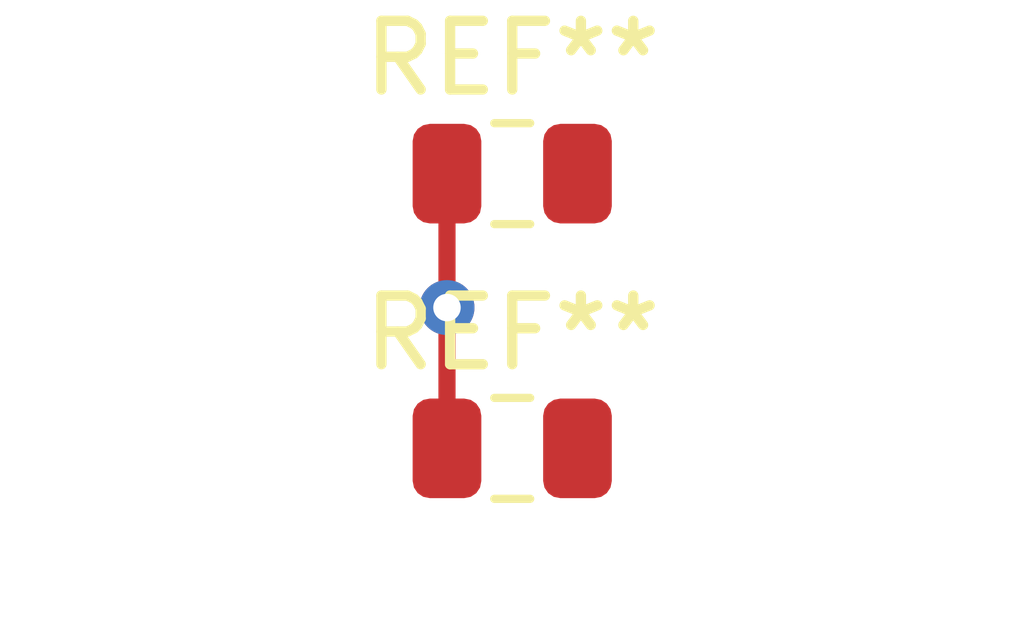
<source format=kicad_pcb>
(kicad_pcb (version 20211014) (generator pcbnew)
  (layers (0 "F.Cu" signal) (31 "B.Cu" signal) (34 "B.Paste" user) (35 "F.Paste" user) (36 "B.SilkS" user "B.Silkscreen") (37 "F.SilkS" user "F.Silkscreen") (38 "B.Mask" user) (39 "F.Mask" user) (44 "Edge.Cuts" user))
  (net 0 "")
  (net 1 "a")
  (footprint "Capacitor_SMD:C_0805_2012Metric" (layer "F.Cu") (at 136 63)
    (fp_text reference "REF**" (at 0 -1.68) (layer "F.SilkS"))
    (fp_text value "C_0805_2012Metric")
    (fp_line (start -0.261252 0.735) (end 0.261252 0.735) (layer "F.SilkS") (width 0.12))
    (fp_line (start -0.261252 -0.735) (end 0.261252 -0.735) (layer "F.SilkS") (width 0.12))
    (pad "1" smd roundrect (at -0.95 0) (size 1 1.45) (layers "F.Cu" "F.Paste" "F.Mask") (net 1 "a"))
    (pad "2" smd roundrect (at 0.95 0) (size 1 1.45) (layers "F.Cu" "F.Paste" "F.Mask"))
  )
  (footprint "Capacitor_SMD:C_0805_2012Metric" (layer "F.Cu") (at 136 59)
    (fp_text reference "REF**" (at 0 -1.68) (layer "F.SilkS"))
    (fp_text value "C_0805_2012Metric")
    (fp_line (start -0.261252 -0.735) (end 0.261252 -0.735) (layer "F.SilkS") (width 0.12))
    (fp_line (start -0.261252 0.735) (end 0.261252 0.735) (layer "F.SilkS") (width 0.12))
    (pad "1" smd roundrect (at -0.95 0) (size 1 1.45) (layers "F.Cu" "F.Paste" "F.Mask") (net 1 "a"))
    (pad "2" smd roundrect (at 0.95 0) (size 1 1.45) (layers "F.Cu" "F.Paste" "F.Mask"))
  )
  (segment (start 135.05 63) (end 135.05 60.95) (width 0.25) (layer "F.Cu") (net 1))
  (segment (start 135.05 60.95) (end 135.05 59) (width 0.25) (layer "F.Cu") (net 1))
  (via (at 135.05 60.95) (size 0.8) (drill 0.4) (layers "F.Cu" "B.Cu") (net 1))
)
</source>
